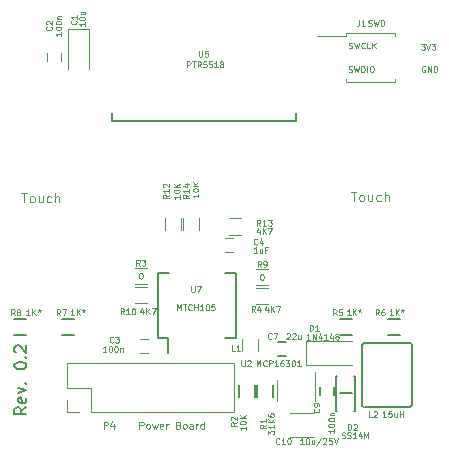
<source format=gto>
G04 #@! TF.GenerationSoftware,KiCad,Pcbnew,no-vcs-found-6d52987~59~ubuntu16.04.1*
G04 #@! TF.CreationDate,2017-07-26T15:31:48+03:00*
G04 #@! TF.ProjectId,livolo_2_channels_1way_eu_switch,6C69766F6C6F5F325F6368616E6E656C,rev?*
G04 #@! TF.SameCoordinates,Original*
G04 #@! TF.FileFunction,Legend,Top*
G04 #@! TF.FilePolarity,Positive*
%FSLAX46Y46*%
G04 Gerber Fmt 4.6, Leading zero omitted, Abs format (unit mm)*
G04 Created by KiCad (PCBNEW no-vcs-found-6d52987~59~ubuntu16.04.1) date Wed Jul 26 15:31:48 2017*
%MOMM*%
%LPD*%
G01*
G04 APERTURE LIST*
%ADD10C,0.200000*%
%ADD11C,0.100000*%
%ADD12C,0.150000*%
%ADD13C,0.120000*%
%ADD14R,2.000000X0.812800*%
%ADD15R,0.500000X0.900000*%
%ADD16R,2.000000X1.000000*%
%ADD17R,4.000000X2.000000*%
%ADD18R,1.200000X2.000000*%
%ADD19R,1.200000X1.400000*%
%ADD20R,0.900000X1.200000*%
%ADD21R,0.650000X1.060000*%
%ADD22C,1.500000*%
%ADD23R,1.200000X0.750000*%
%ADD24R,0.750000X1.200000*%
%ADD25R,1.200000X0.900000*%
%ADD26R,0.900000X0.500000*%
%ADD27O,1.350000X1.350000*%
%ADD28R,1.350000X1.350000*%
%ADD29R,1.260000X1.750000*%
%ADD30R,1.000000X1.600000*%
%ADD31R,0.400000X1.200000*%
G04 APERTURE END LIST*
D10*
X127152380Y-110209523D02*
X126676190Y-110542857D01*
X127152380Y-110780952D02*
X126152380Y-110780952D01*
X126152380Y-110400000D01*
X126200000Y-110304761D01*
X126247619Y-110257142D01*
X126342857Y-110209523D01*
X126485714Y-110209523D01*
X126580952Y-110257142D01*
X126628571Y-110304761D01*
X126676190Y-110400000D01*
X126676190Y-110780952D01*
X127104761Y-109400000D02*
X127152380Y-109495238D01*
X127152380Y-109685714D01*
X127104761Y-109780952D01*
X127009523Y-109828571D01*
X126628571Y-109828571D01*
X126533333Y-109780952D01*
X126485714Y-109685714D01*
X126485714Y-109495238D01*
X126533333Y-109400000D01*
X126628571Y-109352380D01*
X126723809Y-109352380D01*
X126819047Y-109828571D01*
X126485714Y-109019047D02*
X127152380Y-108780952D01*
X126485714Y-108542857D01*
X127057142Y-108161904D02*
X127104761Y-108114285D01*
X127152380Y-108161904D01*
X127104761Y-108209523D01*
X127057142Y-108161904D01*
X127152380Y-108161904D01*
X126152380Y-106733333D02*
X126152380Y-106638095D01*
X126200000Y-106542857D01*
X126247619Y-106495238D01*
X126342857Y-106447619D01*
X126533333Y-106400000D01*
X126771428Y-106400000D01*
X126961904Y-106447619D01*
X127057142Y-106495238D01*
X127104761Y-106542857D01*
X127152380Y-106638095D01*
X127152380Y-106733333D01*
X127104761Y-106828571D01*
X127057142Y-106876190D01*
X126961904Y-106923809D01*
X126771428Y-106971428D01*
X126533333Y-106971428D01*
X126342857Y-106923809D01*
X126247619Y-106876190D01*
X126200000Y-106828571D01*
X126152380Y-106733333D01*
X127057142Y-105971428D02*
X127104761Y-105923809D01*
X127152380Y-105971428D01*
X127104761Y-106019047D01*
X127057142Y-105971428D01*
X127152380Y-105971428D01*
X126247619Y-105542857D02*
X126200000Y-105495238D01*
X126152380Y-105400000D01*
X126152380Y-105161904D01*
X126200000Y-105066666D01*
X126247619Y-105019047D01*
X126342857Y-104971428D01*
X126438095Y-104971428D01*
X126580952Y-105019047D01*
X127152380Y-105590476D01*
X127152380Y-104971428D01*
D11*
X154440476Y-81802380D02*
X154511904Y-81826190D01*
X154630952Y-81826190D01*
X154678571Y-81802380D01*
X154702380Y-81778571D01*
X154726190Y-81730952D01*
X154726190Y-81683333D01*
X154702380Y-81635714D01*
X154678571Y-81611904D01*
X154630952Y-81588095D01*
X154535714Y-81564285D01*
X154488095Y-81540476D01*
X154464285Y-81516666D01*
X154440476Y-81469047D01*
X154440476Y-81421428D01*
X154464285Y-81373809D01*
X154488095Y-81350000D01*
X154535714Y-81326190D01*
X154654761Y-81326190D01*
X154726190Y-81350000D01*
X154892857Y-81326190D02*
X155011904Y-81826190D01*
X155107142Y-81469047D01*
X155202380Y-81826190D01*
X155321428Y-81326190D01*
X155511904Y-81826190D02*
X155511904Y-81326190D01*
X155630952Y-81326190D01*
X155702380Y-81350000D01*
X155750000Y-81397619D01*
X155773809Y-81445238D01*
X155797619Y-81540476D01*
X155797619Y-81611904D01*
X155773809Y-81707142D01*
X155750000Y-81754761D01*
X155702380Y-81802380D01*
X155630952Y-81826190D01*
X155511904Y-81826190D01*
X156011904Y-81826190D02*
X156011904Y-81326190D01*
X156345238Y-81326190D02*
X156440476Y-81326190D01*
X156488095Y-81350000D01*
X156535714Y-81397619D01*
X156559523Y-81492857D01*
X156559523Y-81659523D01*
X156535714Y-81754761D01*
X156488095Y-81802380D01*
X156440476Y-81826190D01*
X156345238Y-81826190D01*
X156297619Y-81802380D01*
X156250000Y-81754761D01*
X156226190Y-81659523D01*
X156226190Y-81492857D01*
X156250000Y-81397619D01*
X156297619Y-81350000D01*
X156345238Y-81326190D01*
X160919047Y-81350000D02*
X160871428Y-81326190D01*
X160800000Y-81326190D01*
X160728571Y-81350000D01*
X160680952Y-81397619D01*
X160657142Y-81445238D01*
X160633333Y-81540476D01*
X160633333Y-81611904D01*
X160657142Y-81707142D01*
X160680952Y-81754761D01*
X160728571Y-81802380D01*
X160800000Y-81826190D01*
X160847619Y-81826190D01*
X160919047Y-81802380D01*
X160942857Y-81778571D01*
X160942857Y-81611904D01*
X160847619Y-81611904D01*
X161157142Y-81826190D02*
X161157142Y-81326190D01*
X161442857Y-81826190D01*
X161442857Y-81326190D01*
X161680952Y-81826190D02*
X161680952Y-81326190D01*
X161800000Y-81326190D01*
X161871428Y-81350000D01*
X161919047Y-81397619D01*
X161942857Y-81445238D01*
X161966666Y-81540476D01*
X161966666Y-81611904D01*
X161942857Y-81707142D01*
X161919047Y-81754761D01*
X161871428Y-81802380D01*
X161800000Y-81826190D01*
X161680952Y-81826190D01*
X154469047Y-79802380D02*
X154540476Y-79826190D01*
X154659523Y-79826190D01*
X154707142Y-79802380D01*
X154730952Y-79778571D01*
X154754761Y-79730952D01*
X154754761Y-79683333D01*
X154730952Y-79635714D01*
X154707142Y-79611904D01*
X154659523Y-79588095D01*
X154564285Y-79564285D01*
X154516666Y-79540476D01*
X154492857Y-79516666D01*
X154469047Y-79469047D01*
X154469047Y-79421428D01*
X154492857Y-79373809D01*
X154516666Y-79350000D01*
X154564285Y-79326190D01*
X154683333Y-79326190D01*
X154754761Y-79350000D01*
X154921428Y-79326190D02*
X155040476Y-79826190D01*
X155135714Y-79469047D01*
X155230952Y-79826190D01*
X155350000Y-79326190D01*
X155826190Y-79778571D02*
X155802380Y-79802380D01*
X155730952Y-79826190D01*
X155683333Y-79826190D01*
X155611904Y-79802380D01*
X155564285Y-79754761D01*
X155540476Y-79707142D01*
X155516666Y-79611904D01*
X155516666Y-79540476D01*
X155540476Y-79445238D01*
X155564285Y-79397619D01*
X155611904Y-79350000D01*
X155683333Y-79326190D01*
X155730952Y-79326190D01*
X155802380Y-79350000D01*
X155826190Y-79373809D01*
X156278571Y-79826190D02*
X156040476Y-79826190D01*
X156040476Y-79326190D01*
X156445238Y-79826190D02*
X156445238Y-79326190D01*
X156730952Y-79826190D02*
X156516666Y-79540476D01*
X156730952Y-79326190D02*
X156445238Y-79611904D01*
X160580952Y-79426190D02*
X160890476Y-79426190D01*
X160723809Y-79616666D01*
X160795238Y-79616666D01*
X160842857Y-79640476D01*
X160866666Y-79664285D01*
X160890476Y-79711904D01*
X160890476Y-79830952D01*
X160866666Y-79878571D01*
X160842857Y-79902380D01*
X160795238Y-79926190D01*
X160652380Y-79926190D01*
X160604761Y-79902380D01*
X160580952Y-79878571D01*
X161033333Y-79426190D02*
X161200000Y-79926190D01*
X161366666Y-79426190D01*
X161485714Y-79426190D02*
X161795238Y-79426190D01*
X161628571Y-79616666D01*
X161700000Y-79616666D01*
X161747619Y-79640476D01*
X161771428Y-79664285D01*
X161795238Y-79711904D01*
X161795238Y-79830952D01*
X161771428Y-79878571D01*
X161747619Y-79902380D01*
X161700000Y-79926190D01*
X161557142Y-79926190D01*
X161509523Y-79902380D01*
X161485714Y-79878571D01*
D12*
X134374400Y-85929200D02*
X134374400Y-85270074D01*
X149995400Y-85929200D02*
X134374156Y-85929200D01*
X149995400Y-85294200D02*
X149995400Y-85929707D01*
D13*
X147600000Y-101480000D02*
X146600000Y-101480000D01*
X146600000Y-100120000D02*
X147600000Y-100120000D01*
X147600000Y-99880000D02*
X146600000Y-99880000D01*
X146600000Y-98520000D02*
X147600000Y-98520000D01*
X137350000Y-101380000D02*
X136350000Y-101380000D01*
X136350000Y-100020000D02*
X137350000Y-100020000D01*
X137350000Y-99780000D02*
X136350000Y-99780000D01*
X136350000Y-98420000D02*
X137350000Y-98420000D01*
X151775000Y-78800000D02*
X154215000Y-78800000D01*
X158335000Y-82660000D02*
X158335000Y-82400000D01*
X154215000Y-82660000D02*
X158335000Y-82660000D01*
X154215000Y-82400000D02*
X154215000Y-82660000D01*
X158335000Y-78540000D02*
X158335000Y-78800000D01*
X154215000Y-78540000D02*
X158335000Y-78540000D01*
X154215000Y-78800000D02*
X154215000Y-78540000D01*
D12*
X155600000Y-110075000D02*
X155775000Y-110200000D01*
X159800000Y-110050000D02*
X159675000Y-110200000D01*
X159675000Y-110200000D02*
X155800000Y-110200000D01*
X159800000Y-104850000D02*
X159600000Y-104750000D01*
X159800000Y-110050000D02*
X159800000Y-104850000D01*
X155800000Y-104750000D02*
X159600000Y-104750000D01*
X155600000Y-110075000D02*
X155600000Y-104875000D01*
X155600000Y-104875000D02*
X155800000Y-104750000D01*
D10*
X154700000Y-109000000D02*
X153700000Y-109000000D01*
D12*
X155000000Y-110500000D02*
X154900000Y-110500000D01*
X155000000Y-107600000D02*
X155000000Y-110500000D01*
X153400000Y-107600000D02*
X153400000Y-110501723D01*
X153500000Y-110500000D02*
X153400000Y-110500000D01*
X153500000Y-107600000D02*
X153400000Y-107600000D01*
X155000000Y-107600000D02*
X154900000Y-107600000D01*
X145125000Y-109300000D02*
X145125000Y-108300000D01*
X146475000Y-108300000D02*
X146475000Y-109300000D01*
D13*
X151610000Y-109700000D02*
X151610000Y-107250000D01*
X148390000Y-107900000D02*
X148390000Y-109700000D01*
D12*
X148450000Y-104700000D02*
X149150000Y-104700000D01*
X149150000Y-105900000D02*
X148450000Y-105900000D01*
X152000000Y-109150000D02*
X152000000Y-108450000D01*
X153200000Y-108450000D02*
X153200000Y-109150000D01*
D13*
X150850000Y-104600000D02*
X154750000Y-104600000D01*
X150850000Y-106600000D02*
X154750000Y-106600000D01*
X150850000Y-104600000D02*
X150850000Y-106600000D01*
D12*
X148075000Y-108300000D02*
X148075000Y-109300000D01*
X146725000Y-109300000D02*
X146725000Y-108300000D01*
X153700000Y-102725000D02*
X154700000Y-102725000D01*
X154700000Y-104075000D02*
X153700000Y-104075000D01*
X158800000Y-104075000D02*
X157800000Y-104075000D01*
X157800000Y-102725000D02*
X158800000Y-102725000D01*
X131200000Y-104075000D02*
X130200000Y-104075000D01*
X130200000Y-102725000D02*
X131200000Y-102725000D01*
X126100000Y-102725000D02*
X127100000Y-102725000D01*
X127100000Y-104075000D02*
X126100000Y-104075000D01*
D13*
X145420000Y-105400000D02*
X145420000Y-104400000D01*
X146780000Y-104400000D02*
X146780000Y-105400000D01*
X130590000Y-110610000D02*
X130590000Y-109550000D01*
X131650000Y-110610000D02*
X130590000Y-110610000D01*
X132650000Y-108550000D02*
X132650000Y-110610000D01*
X130590000Y-108550000D02*
X132650000Y-108550000D01*
X130590000Y-106490000D02*
X130590000Y-108550000D01*
X144710000Y-106490000D02*
X130590000Y-106490000D01*
X144710000Y-110610000D02*
X144710000Y-106490000D01*
X132650000Y-110610000D02*
X144710000Y-110610000D01*
X132500000Y-78150000D02*
X130700000Y-78150000D01*
X130700000Y-78150000D02*
X130700000Y-81600000D01*
X132500000Y-78150000D02*
X132500000Y-81600000D01*
X130100000Y-80200000D02*
X130100000Y-80900000D01*
X128900000Y-80900000D02*
X128900000Y-80200000D01*
X149500000Y-112720000D02*
X151500000Y-112720000D01*
X151500000Y-110680000D02*
X149500000Y-110680000D01*
X136750000Y-104400000D02*
X137450000Y-104400000D01*
X137450000Y-105600000D02*
X136750000Y-105600000D01*
X144650000Y-97100000D02*
X143950000Y-97100000D01*
X143950000Y-95900000D02*
X144650000Y-95900000D01*
X138920000Y-95200000D02*
X138920000Y-94200000D01*
X140280000Y-94200000D02*
X140280000Y-95200000D01*
X144300000Y-94220000D02*
X145300000Y-94220000D01*
X145300000Y-95580000D02*
X144300000Y-95580000D01*
X141780000Y-94200000D02*
X141780000Y-95200000D01*
X140420000Y-95200000D02*
X140420000Y-94200000D01*
D12*
X139125000Y-104375000D02*
X139125000Y-105650000D01*
X144875000Y-104375000D02*
X144875000Y-98825000D01*
X138325000Y-104375000D02*
X138325000Y-98825000D01*
X144875000Y-104375000D02*
X143975000Y-104375000D01*
X144875000Y-98825000D02*
X143975000Y-98825000D01*
X138325000Y-98825000D02*
X139225000Y-98825000D01*
X138325000Y-104375000D02*
X139125000Y-104375000D01*
D11*
X141765847Y-80016590D02*
X141765847Y-80421352D01*
X141789657Y-80468971D01*
X141813466Y-80492780D01*
X141861085Y-80516590D01*
X141956323Y-80516590D01*
X142003942Y-80492780D01*
X142027752Y-80468971D01*
X142051561Y-80421352D01*
X142051561Y-80016590D01*
X142527752Y-80016590D02*
X142289657Y-80016590D01*
X142265847Y-80254685D01*
X142289657Y-80230876D01*
X142337276Y-80207066D01*
X142456323Y-80207066D01*
X142503942Y-80230876D01*
X142527752Y-80254685D01*
X142551561Y-80302304D01*
X142551561Y-80421352D01*
X142527752Y-80468971D01*
X142503942Y-80492780D01*
X142456323Y-80516590D01*
X142337276Y-80516590D01*
X142289657Y-80492780D01*
X142265847Y-80468971D01*
X140776190Y-81426190D02*
X140776190Y-80926190D01*
X140966666Y-80926190D01*
X141014285Y-80950000D01*
X141038095Y-80973809D01*
X141061904Y-81021428D01*
X141061904Y-81092857D01*
X141038095Y-81140476D01*
X141014285Y-81164285D01*
X140966666Y-81188095D01*
X140776190Y-81188095D01*
X141204761Y-80926190D02*
X141490476Y-80926190D01*
X141347619Y-81426190D02*
X141347619Y-80926190D01*
X141942857Y-81426190D02*
X141776190Y-81188095D01*
X141657142Y-81426190D02*
X141657142Y-80926190D01*
X141847619Y-80926190D01*
X141895238Y-80950000D01*
X141919047Y-80973809D01*
X141942857Y-81021428D01*
X141942857Y-81092857D01*
X141919047Y-81140476D01*
X141895238Y-81164285D01*
X141847619Y-81188095D01*
X141657142Y-81188095D01*
X142395238Y-80926190D02*
X142157142Y-80926190D01*
X142133333Y-81164285D01*
X142157142Y-81140476D01*
X142204761Y-81116666D01*
X142323809Y-81116666D01*
X142371428Y-81140476D01*
X142395238Y-81164285D01*
X142419047Y-81211904D01*
X142419047Y-81330952D01*
X142395238Y-81378571D01*
X142371428Y-81402380D01*
X142323809Y-81426190D01*
X142204761Y-81426190D01*
X142157142Y-81402380D01*
X142133333Y-81378571D01*
X142871428Y-80926190D02*
X142633333Y-80926190D01*
X142609523Y-81164285D01*
X142633333Y-81140476D01*
X142680952Y-81116666D01*
X142800000Y-81116666D01*
X142847619Y-81140476D01*
X142871428Y-81164285D01*
X142895238Y-81211904D01*
X142895238Y-81330952D01*
X142871428Y-81378571D01*
X142847619Y-81402380D01*
X142800000Y-81426190D01*
X142680952Y-81426190D01*
X142633333Y-81402380D01*
X142609523Y-81378571D01*
X143371428Y-81426190D02*
X143085714Y-81426190D01*
X143228571Y-81426190D02*
X143228571Y-80926190D01*
X143180952Y-80997619D01*
X143133333Y-81045238D01*
X143085714Y-81069047D01*
X143657142Y-81140476D02*
X143609523Y-81116666D01*
X143585714Y-81092857D01*
X143561904Y-81045238D01*
X143561904Y-81021428D01*
X143585714Y-80973809D01*
X143609523Y-80950000D01*
X143657142Y-80926190D01*
X143752380Y-80926190D01*
X143800000Y-80950000D01*
X143823809Y-80973809D01*
X143847619Y-81021428D01*
X143847619Y-81045238D01*
X143823809Y-81092857D01*
X143800000Y-81116666D01*
X143752380Y-81140476D01*
X143657142Y-81140476D01*
X143609523Y-81164285D01*
X143585714Y-81188095D01*
X143561904Y-81235714D01*
X143561904Y-81330952D01*
X143585714Y-81378571D01*
X143609523Y-81402380D01*
X143657142Y-81426190D01*
X143752380Y-81426190D01*
X143800000Y-81402380D01*
X143823809Y-81378571D01*
X143847619Y-81330952D01*
X143847619Y-81235714D01*
X143823809Y-81188095D01*
X143800000Y-81164285D01*
X143752380Y-81140476D01*
X146516666Y-102126190D02*
X146350000Y-101888095D01*
X146230952Y-102126190D02*
X146230952Y-101626190D01*
X146421428Y-101626190D01*
X146469047Y-101650000D01*
X146492857Y-101673809D01*
X146516666Y-101721428D01*
X146516666Y-101792857D01*
X146492857Y-101840476D01*
X146469047Y-101864285D01*
X146421428Y-101888095D01*
X146230952Y-101888095D01*
X146945238Y-101792857D02*
X146945238Y-102126190D01*
X146826190Y-101602380D02*
X146707142Y-101959523D01*
X147016666Y-101959523D01*
X147607142Y-101792857D02*
X147607142Y-102126190D01*
X147488095Y-101602380D02*
X147369047Y-101959523D01*
X147678571Y-101959523D01*
X147869047Y-102126190D02*
X147869047Y-101626190D01*
X148154761Y-102126190D02*
X147940476Y-101840476D01*
X148154761Y-101626190D02*
X147869047Y-101911904D01*
X148321428Y-101626190D02*
X148654761Y-101626190D01*
X148440476Y-102126190D01*
X147016666Y-98326190D02*
X146850000Y-98088095D01*
X146730952Y-98326190D02*
X146730952Y-97826190D01*
X146921428Y-97826190D01*
X146969047Y-97850000D01*
X146992857Y-97873809D01*
X147016666Y-97921428D01*
X147016666Y-97992857D01*
X146992857Y-98040476D01*
X146969047Y-98064285D01*
X146921428Y-98088095D01*
X146730952Y-98088095D01*
X147254761Y-98326190D02*
X147350000Y-98326190D01*
X147397619Y-98302380D01*
X147421428Y-98278571D01*
X147469047Y-98207142D01*
X147492857Y-98111904D01*
X147492857Y-97921428D01*
X147469047Y-97873809D01*
X147445238Y-97850000D01*
X147397619Y-97826190D01*
X147302380Y-97826190D01*
X147254761Y-97850000D01*
X147230952Y-97873809D01*
X147207142Y-97921428D01*
X147207142Y-98040476D01*
X147230952Y-98088095D01*
X147254761Y-98111904D01*
X147302380Y-98135714D01*
X147397619Y-98135714D01*
X147445238Y-98111904D01*
X147469047Y-98088095D01*
X147492857Y-98040476D01*
X147076190Y-98926190D02*
X147123809Y-98926190D01*
X147171428Y-98950000D01*
X147195238Y-98973809D01*
X147219047Y-99021428D01*
X147242857Y-99116666D01*
X147242857Y-99235714D01*
X147219047Y-99330952D01*
X147195238Y-99378571D01*
X147171428Y-99402380D01*
X147123809Y-99426190D01*
X147076190Y-99426190D01*
X147028571Y-99402380D01*
X147004761Y-99378571D01*
X146980952Y-99330952D01*
X146957142Y-99235714D01*
X146957142Y-99116666D01*
X146980952Y-99021428D01*
X147004761Y-98973809D01*
X147028571Y-98950000D01*
X147076190Y-98926190D01*
X135428571Y-102326190D02*
X135261904Y-102088095D01*
X135142857Y-102326190D02*
X135142857Y-101826190D01*
X135333333Y-101826190D01*
X135380952Y-101850000D01*
X135404761Y-101873809D01*
X135428571Y-101921428D01*
X135428571Y-101992857D01*
X135404761Y-102040476D01*
X135380952Y-102064285D01*
X135333333Y-102088095D01*
X135142857Y-102088095D01*
X135904761Y-102326190D02*
X135619047Y-102326190D01*
X135761904Y-102326190D02*
X135761904Y-101826190D01*
X135714285Y-101897619D01*
X135666666Y-101945238D01*
X135619047Y-101969047D01*
X136214285Y-101826190D02*
X136261904Y-101826190D01*
X136309523Y-101850000D01*
X136333333Y-101873809D01*
X136357142Y-101921428D01*
X136380952Y-102016666D01*
X136380952Y-102135714D01*
X136357142Y-102230952D01*
X136333333Y-102278571D01*
X136309523Y-102302380D01*
X136261904Y-102326190D01*
X136214285Y-102326190D01*
X136166666Y-102302380D01*
X136142857Y-102278571D01*
X136119047Y-102230952D01*
X136095238Y-102135714D01*
X136095238Y-102016666D01*
X136119047Y-101921428D01*
X136142857Y-101873809D01*
X136166666Y-101850000D01*
X136214285Y-101826190D01*
X137057142Y-101992857D02*
X137057142Y-102326190D01*
X136938095Y-101802380D02*
X136819047Y-102159523D01*
X137128571Y-102159523D01*
X137319047Y-102326190D02*
X137319047Y-101826190D01*
X137604761Y-102326190D02*
X137390476Y-102040476D01*
X137604761Y-101826190D02*
X137319047Y-102111904D01*
X137771428Y-101826190D02*
X138104761Y-101826190D01*
X137890476Y-102326190D01*
X136766666Y-98226190D02*
X136600000Y-97988095D01*
X136480952Y-98226190D02*
X136480952Y-97726190D01*
X136671428Y-97726190D01*
X136719047Y-97750000D01*
X136742857Y-97773809D01*
X136766666Y-97821428D01*
X136766666Y-97892857D01*
X136742857Y-97940476D01*
X136719047Y-97964285D01*
X136671428Y-97988095D01*
X136480952Y-97988095D01*
X136933333Y-97726190D02*
X137242857Y-97726190D01*
X137076190Y-97916666D01*
X137147619Y-97916666D01*
X137195238Y-97940476D01*
X137219047Y-97964285D01*
X137242857Y-98011904D01*
X137242857Y-98130952D01*
X137219047Y-98178571D01*
X137195238Y-98202380D01*
X137147619Y-98226190D01*
X137004761Y-98226190D01*
X136957142Y-98202380D01*
X136933333Y-98178571D01*
X136826190Y-98826190D02*
X136873809Y-98826190D01*
X136921428Y-98850000D01*
X136945238Y-98873809D01*
X136969047Y-98921428D01*
X136992857Y-99016666D01*
X136992857Y-99135714D01*
X136969047Y-99230952D01*
X136945238Y-99278571D01*
X136921428Y-99302380D01*
X136873809Y-99326190D01*
X136826190Y-99326190D01*
X136778571Y-99302380D01*
X136754761Y-99278571D01*
X136730952Y-99230952D01*
X136707142Y-99135714D01*
X136707142Y-99016666D01*
X136730952Y-98921428D01*
X136754761Y-98873809D01*
X136778571Y-98850000D01*
X136826190Y-98826190D01*
X155333333Y-77426190D02*
X155333333Y-77783333D01*
X155309523Y-77854761D01*
X155261904Y-77902380D01*
X155190476Y-77926190D01*
X155142857Y-77926190D01*
X155833333Y-77926190D02*
X155547619Y-77926190D01*
X155690476Y-77926190D02*
X155690476Y-77426190D01*
X155642857Y-77497619D01*
X155595238Y-77545238D01*
X155547619Y-77569047D01*
X156121428Y-77902380D02*
X156192857Y-77926190D01*
X156311904Y-77926190D01*
X156359523Y-77902380D01*
X156383333Y-77878571D01*
X156407142Y-77830952D01*
X156407142Y-77783333D01*
X156383333Y-77735714D01*
X156359523Y-77711904D01*
X156311904Y-77688095D01*
X156216666Y-77664285D01*
X156169047Y-77640476D01*
X156145238Y-77616666D01*
X156121428Y-77569047D01*
X156121428Y-77521428D01*
X156145238Y-77473809D01*
X156169047Y-77450000D01*
X156216666Y-77426190D01*
X156335714Y-77426190D01*
X156407142Y-77450000D01*
X156573809Y-77426190D02*
X156692857Y-77926190D01*
X156788095Y-77569047D01*
X156883333Y-77926190D01*
X157002380Y-77426190D01*
X157192857Y-77926190D02*
X157192857Y-77426190D01*
X157311904Y-77426190D01*
X157383333Y-77450000D01*
X157430952Y-77497619D01*
X157454761Y-77545238D01*
X157478571Y-77640476D01*
X157478571Y-77711904D01*
X157454761Y-77807142D01*
X157430952Y-77854761D01*
X157383333Y-77902380D01*
X157311904Y-77926190D01*
X157192857Y-77926190D01*
X156416666Y-111026190D02*
X156178571Y-111026190D01*
X156178571Y-110526190D01*
X156559523Y-110573809D02*
X156583333Y-110550000D01*
X156630952Y-110526190D01*
X156750000Y-110526190D01*
X156797619Y-110550000D01*
X156821428Y-110573809D01*
X156845238Y-110621428D01*
X156845238Y-110669047D01*
X156821428Y-110740476D01*
X156535714Y-111026190D01*
X156845238Y-111026190D01*
X157616666Y-111026190D02*
X157330952Y-111026190D01*
X157473809Y-111026190D02*
X157473809Y-110526190D01*
X157426190Y-110597619D01*
X157378571Y-110645238D01*
X157330952Y-110669047D01*
X158069047Y-110526190D02*
X157830952Y-110526190D01*
X157807142Y-110764285D01*
X157830952Y-110740476D01*
X157878571Y-110716666D01*
X157997619Y-110716666D01*
X158045238Y-110740476D01*
X158069047Y-110764285D01*
X158092857Y-110811904D01*
X158092857Y-110930952D01*
X158069047Y-110978571D01*
X158045238Y-111002380D01*
X157997619Y-111026190D01*
X157878571Y-111026190D01*
X157830952Y-111002380D01*
X157807142Y-110978571D01*
X158521428Y-110692857D02*
X158521428Y-111026190D01*
X158307142Y-110692857D02*
X158307142Y-110954761D01*
X158330952Y-111002380D01*
X158378571Y-111026190D01*
X158450000Y-111026190D01*
X158497619Y-111002380D01*
X158521428Y-110978571D01*
X158759523Y-111026190D02*
X158759523Y-110526190D01*
X158759523Y-110764285D02*
X159045238Y-110764285D01*
X159045238Y-111026190D02*
X159045238Y-110526190D01*
X154380952Y-112126190D02*
X154380952Y-111626190D01*
X154500000Y-111626190D01*
X154571428Y-111650000D01*
X154619047Y-111697619D01*
X154642857Y-111745238D01*
X154666666Y-111840476D01*
X154666666Y-111911904D01*
X154642857Y-112007142D01*
X154619047Y-112054761D01*
X154571428Y-112102380D01*
X154500000Y-112126190D01*
X154380952Y-112126190D01*
X154857142Y-111673809D02*
X154880952Y-111650000D01*
X154928571Y-111626190D01*
X155047619Y-111626190D01*
X155095238Y-111650000D01*
X155119047Y-111673809D01*
X155142857Y-111721428D01*
X155142857Y-111769047D01*
X155119047Y-111840476D01*
X154833333Y-112126190D01*
X155142857Y-112126190D01*
X153857142Y-112802380D02*
X153928571Y-112826190D01*
X154047619Y-112826190D01*
X154095238Y-112802380D01*
X154119047Y-112778571D01*
X154142857Y-112730952D01*
X154142857Y-112683333D01*
X154119047Y-112635714D01*
X154095238Y-112611904D01*
X154047619Y-112588095D01*
X153952380Y-112564285D01*
X153904761Y-112540476D01*
X153880952Y-112516666D01*
X153857142Y-112469047D01*
X153857142Y-112421428D01*
X153880952Y-112373809D01*
X153904761Y-112350000D01*
X153952380Y-112326190D01*
X154071428Y-112326190D01*
X154142857Y-112350000D01*
X154333333Y-112802380D02*
X154404761Y-112826190D01*
X154523809Y-112826190D01*
X154571428Y-112802380D01*
X154595238Y-112778571D01*
X154619047Y-112730952D01*
X154619047Y-112683333D01*
X154595238Y-112635714D01*
X154571428Y-112611904D01*
X154523809Y-112588095D01*
X154428571Y-112564285D01*
X154380952Y-112540476D01*
X154357142Y-112516666D01*
X154333333Y-112469047D01*
X154333333Y-112421428D01*
X154357142Y-112373809D01*
X154380952Y-112350000D01*
X154428571Y-112326190D01*
X154547619Y-112326190D01*
X154619047Y-112350000D01*
X155095238Y-112826190D02*
X154809523Y-112826190D01*
X154952380Y-112826190D02*
X154952380Y-112326190D01*
X154904761Y-112397619D01*
X154857142Y-112445238D01*
X154809523Y-112469047D01*
X155523809Y-112492857D02*
X155523809Y-112826190D01*
X155404761Y-112302380D02*
X155285714Y-112659523D01*
X155595238Y-112659523D01*
X155785714Y-112826190D02*
X155785714Y-112326190D01*
X155952380Y-112683333D01*
X156119047Y-112326190D01*
X156119047Y-112826190D01*
X144976190Y-111483333D02*
X144738095Y-111650000D01*
X144976190Y-111769047D02*
X144476190Y-111769047D01*
X144476190Y-111578571D01*
X144500000Y-111530952D01*
X144523809Y-111507142D01*
X144571428Y-111483333D01*
X144642857Y-111483333D01*
X144690476Y-111507142D01*
X144714285Y-111530952D01*
X144738095Y-111578571D01*
X144738095Y-111769047D01*
X144523809Y-111292857D02*
X144500000Y-111269047D01*
X144476190Y-111221428D01*
X144476190Y-111102380D01*
X144500000Y-111054761D01*
X144523809Y-111030952D01*
X144571428Y-111007142D01*
X144619047Y-111007142D01*
X144690476Y-111030952D01*
X144976190Y-111316666D01*
X144976190Y-111007142D01*
X145726190Y-111845238D02*
X145726190Y-112130952D01*
X145726190Y-111988095D02*
X145226190Y-111988095D01*
X145297619Y-112035714D01*
X145345238Y-112083333D01*
X145369047Y-112130952D01*
X145226190Y-111535714D02*
X145226190Y-111488095D01*
X145250000Y-111440476D01*
X145273809Y-111416666D01*
X145321428Y-111392857D01*
X145416666Y-111369047D01*
X145535714Y-111369047D01*
X145630952Y-111392857D01*
X145678571Y-111416666D01*
X145702380Y-111440476D01*
X145726190Y-111488095D01*
X145726190Y-111535714D01*
X145702380Y-111583333D01*
X145678571Y-111607142D01*
X145630952Y-111630952D01*
X145535714Y-111654761D01*
X145416666Y-111654761D01*
X145321428Y-111630952D01*
X145273809Y-111607142D01*
X145250000Y-111583333D01*
X145226190Y-111535714D01*
X145726190Y-111154761D02*
X145226190Y-111154761D01*
X145726190Y-110869047D02*
X145440476Y-111083333D01*
X145226190Y-110869047D02*
X145511904Y-111154761D01*
X145369047Y-106226190D02*
X145369047Y-106630952D01*
X145392857Y-106678571D01*
X145416666Y-106702380D01*
X145464285Y-106726190D01*
X145559523Y-106726190D01*
X145607142Y-106702380D01*
X145630952Y-106678571D01*
X145654761Y-106630952D01*
X145654761Y-106226190D01*
X145869047Y-106273809D02*
X145892857Y-106250000D01*
X145940476Y-106226190D01*
X146059523Y-106226190D01*
X146107142Y-106250000D01*
X146130952Y-106273809D01*
X146154761Y-106321428D01*
X146154761Y-106369047D01*
X146130952Y-106440476D01*
X145845238Y-106726190D01*
X146154761Y-106726190D01*
X146642857Y-106726190D02*
X146642857Y-106226190D01*
X146809523Y-106583333D01*
X146976190Y-106226190D01*
X146976190Y-106726190D01*
X147500000Y-106678571D02*
X147476190Y-106702380D01*
X147404761Y-106726190D01*
X147357142Y-106726190D01*
X147285714Y-106702380D01*
X147238095Y-106654761D01*
X147214285Y-106607142D01*
X147190476Y-106511904D01*
X147190476Y-106440476D01*
X147214285Y-106345238D01*
X147238095Y-106297619D01*
X147285714Y-106250000D01*
X147357142Y-106226190D01*
X147404761Y-106226190D01*
X147476190Y-106250000D01*
X147500000Y-106273809D01*
X147714285Y-106726190D02*
X147714285Y-106226190D01*
X147904761Y-106226190D01*
X147952380Y-106250000D01*
X147976190Y-106273809D01*
X148000000Y-106321428D01*
X148000000Y-106392857D01*
X147976190Y-106440476D01*
X147952380Y-106464285D01*
X147904761Y-106488095D01*
X147714285Y-106488095D01*
X148476190Y-106726190D02*
X148190476Y-106726190D01*
X148333333Y-106726190D02*
X148333333Y-106226190D01*
X148285714Y-106297619D01*
X148238095Y-106345238D01*
X148190476Y-106369047D01*
X148904761Y-106226190D02*
X148809523Y-106226190D01*
X148761904Y-106250000D01*
X148738095Y-106273809D01*
X148690476Y-106345238D01*
X148666666Y-106440476D01*
X148666666Y-106630952D01*
X148690476Y-106678571D01*
X148714285Y-106702380D01*
X148761904Y-106726190D01*
X148857142Y-106726190D01*
X148904761Y-106702380D01*
X148928571Y-106678571D01*
X148952380Y-106630952D01*
X148952380Y-106511904D01*
X148928571Y-106464285D01*
X148904761Y-106440476D01*
X148857142Y-106416666D01*
X148761904Y-106416666D01*
X148714285Y-106440476D01*
X148690476Y-106464285D01*
X148666666Y-106511904D01*
X149119047Y-106226190D02*
X149428571Y-106226190D01*
X149261904Y-106416666D01*
X149333333Y-106416666D01*
X149380952Y-106440476D01*
X149404761Y-106464285D01*
X149428571Y-106511904D01*
X149428571Y-106630952D01*
X149404761Y-106678571D01*
X149380952Y-106702380D01*
X149333333Y-106726190D01*
X149190476Y-106726190D01*
X149142857Y-106702380D01*
X149119047Y-106678571D01*
X149738095Y-106226190D02*
X149785714Y-106226190D01*
X149833333Y-106250000D01*
X149857142Y-106273809D01*
X149880952Y-106321428D01*
X149904761Y-106416666D01*
X149904761Y-106535714D01*
X149880952Y-106630952D01*
X149857142Y-106678571D01*
X149833333Y-106702380D01*
X149785714Y-106726190D01*
X149738095Y-106726190D01*
X149690476Y-106702380D01*
X149666666Y-106678571D01*
X149642857Y-106630952D01*
X149619047Y-106535714D01*
X149619047Y-106416666D01*
X149642857Y-106321428D01*
X149666666Y-106273809D01*
X149690476Y-106250000D01*
X149738095Y-106226190D01*
X150380952Y-106726190D02*
X150095238Y-106726190D01*
X150238095Y-106726190D02*
X150238095Y-106226190D01*
X150190476Y-106297619D01*
X150142857Y-106345238D01*
X150095238Y-106369047D01*
X147916666Y-104378571D02*
X147892857Y-104402380D01*
X147821428Y-104426190D01*
X147773809Y-104426190D01*
X147702380Y-104402380D01*
X147654761Y-104354761D01*
X147630952Y-104307142D01*
X147607142Y-104211904D01*
X147607142Y-104140476D01*
X147630952Y-104045238D01*
X147654761Y-103997619D01*
X147702380Y-103950000D01*
X147773809Y-103926190D01*
X147821428Y-103926190D01*
X147892857Y-103950000D01*
X147916666Y-103973809D01*
X148083333Y-103926190D02*
X148416666Y-103926190D01*
X148202380Y-104426190D01*
X149192857Y-103973809D02*
X149216666Y-103950000D01*
X149264285Y-103926190D01*
X149383333Y-103926190D01*
X149430952Y-103950000D01*
X149454761Y-103973809D01*
X149478571Y-104021428D01*
X149478571Y-104069047D01*
X149454761Y-104140476D01*
X149169047Y-104426190D01*
X149478571Y-104426190D01*
X149669047Y-103973809D02*
X149692857Y-103950000D01*
X149740476Y-103926190D01*
X149859523Y-103926190D01*
X149907142Y-103950000D01*
X149930952Y-103973809D01*
X149954761Y-104021428D01*
X149954761Y-104069047D01*
X149930952Y-104140476D01*
X149645238Y-104426190D01*
X149954761Y-104426190D01*
X150383333Y-104092857D02*
X150383333Y-104426190D01*
X150169047Y-104092857D02*
X150169047Y-104354761D01*
X150192857Y-104402380D01*
X150240476Y-104426190D01*
X150311904Y-104426190D01*
X150359523Y-104402380D01*
X150383333Y-104378571D01*
X151928571Y-110333333D02*
X151952380Y-110357142D01*
X151976190Y-110428571D01*
X151976190Y-110476190D01*
X151952380Y-110547619D01*
X151904761Y-110595238D01*
X151857142Y-110619047D01*
X151761904Y-110642857D01*
X151690476Y-110642857D01*
X151595238Y-110619047D01*
X151547619Y-110595238D01*
X151500000Y-110547619D01*
X151476190Y-110476190D01*
X151476190Y-110428571D01*
X151500000Y-110357142D01*
X151523809Y-110333333D01*
X151976190Y-110095238D02*
X151976190Y-110000000D01*
X151952380Y-109952380D01*
X151928571Y-109928571D01*
X151857142Y-109880952D01*
X151761904Y-109857142D01*
X151571428Y-109857142D01*
X151523809Y-109880952D01*
X151500000Y-109904761D01*
X151476190Y-109952380D01*
X151476190Y-110047619D01*
X151500000Y-110095238D01*
X151523809Y-110119047D01*
X151571428Y-110142857D01*
X151690476Y-110142857D01*
X151738095Y-110119047D01*
X151761904Y-110095238D01*
X151785714Y-110047619D01*
X151785714Y-109952380D01*
X151761904Y-109904761D01*
X151738095Y-109880952D01*
X151690476Y-109857142D01*
X153226190Y-112059523D02*
X153226190Y-112345238D01*
X153226190Y-112202380D02*
X152726190Y-112202380D01*
X152797619Y-112250000D01*
X152845238Y-112297619D01*
X152869047Y-112345238D01*
X152726190Y-111750000D02*
X152726190Y-111702380D01*
X152750000Y-111654761D01*
X152773809Y-111630952D01*
X152821428Y-111607142D01*
X152916666Y-111583333D01*
X153035714Y-111583333D01*
X153130952Y-111607142D01*
X153178571Y-111630952D01*
X153202380Y-111654761D01*
X153226190Y-111702380D01*
X153226190Y-111750000D01*
X153202380Y-111797619D01*
X153178571Y-111821428D01*
X153130952Y-111845238D01*
X153035714Y-111869047D01*
X152916666Y-111869047D01*
X152821428Y-111845238D01*
X152773809Y-111821428D01*
X152750000Y-111797619D01*
X152726190Y-111750000D01*
X152726190Y-111273809D02*
X152726190Y-111226190D01*
X152750000Y-111178571D01*
X152773809Y-111154761D01*
X152821428Y-111130952D01*
X152916666Y-111107142D01*
X153035714Y-111107142D01*
X153130952Y-111130952D01*
X153178571Y-111154761D01*
X153202380Y-111178571D01*
X153226190Y-111226190D01*
X153226190Y-111273809D01*
X153202380Y-111321428D01*
X153178571Y-111345238D01*
X153130952Y-111369047D01*
X153035714Y-111392857D01*
X152916666Y-111392857D01*
X152821428Y-111369047D01*
X152773809Y-111345238D01*
X152750000Y-111321428D01*
X152726190Y-111273809D01*
X152892857Y-110892857D02*
X153226190Y-110892857D01*
X152940476Y-110892857D02*
X152916666Y-110869047D01*
X152892857Y-110821428D01*
X152892857Y-110750000D01*
X152916666Y-110702380D01*
X152964285Y-110678571D01*
X153226190Y-110678571D01*
X151130952Y-103726190D02*
X151130952Y-103226190D01*
X151250000Y-103226190D01*
X151321428Y-103250000D01*
X151369047Y-103297619D01*
X151392857Y-103345238D01*
X151416666Y-103440476D01*
X151416666Y-103511904D01*
X151392857Y-103607142D01*
X151369047Y-103654761D01*
X151321428Y-103702380D01*
X151250000Y-103726190D01*
X151130952Y-103726190D01*
X151892857Y-103726190D02*
X151607142Y-103726190D01*
X151750000Y-103726190D02*
X151750000Y-103226190D01*
X151702380Y-103297619D01*
X151654761Y-103345238D01*
X151607142Y-103369047D01*
X151178571Y-104476190D02*
X150892857Y-104476190D01*
X151035714Y-104476190D02*
X151035714Y-103976190D01*
X150988095Y-104047619D01*
X150940476Y-104095238D01*
X150892857Y-104119047D01*
X151392857Y-104476190D02*
X151392857Y-103976190D01*
X151678571Y-104476190D01*
X151678571Y-103976190D01*
X152130952Y-104142857D02*
X152130952Y-104476190D01*
X152011904Y-103952380D02*
X151892857Y-104309523D01*
X152202380Y-104309523D01*
X152654761Y-104476190D02*
X152369047Y-104476190D01*
X152511904Y-104476190D02*
X152511904Y-103976190D01*
X152464285Y-104047619D01*
X152416666Y-104095238D01*
X152369047Y-104119047D01*
X153083333Y-104142857D02*
X153083333Y-104476190D01*
X152964285Y-103952380D02*
X152845238Y-104309523D01*
X153154761Y-104309523D01*
X153416666Y-104190476D02*
X153369047Y-104166666D01*
X153345238Y-104142857D01*
X153321428Y-104095238D01*
X153321428Y-104071428D01*
X153345238Y-104023809D01*
X153369047Y-104000000D01*
X153416666Y-103976190D01*
X153511904Y-103976190D01*
X153559523Y-104000000D01*
X153583333Y-104023809D01*
X153607142Y-104071428D01*
X153607142Y-104095238D01*
X153583333Y-104142857D01*
X153559523Y-104166666D01*
X153511904Y-104190476D01*
X153416666Y-104190476D01*
X153369047Y-104214285D01*
X153345238Y-104238095D01*
X153321428Y-104285714D01*
X153321428Y-104380952D01*
X153345238Y-104428571D01*
X153369047Y-104452380D01*
X153416666Y-104476190D01*
X153511904Y-104476190D01*
X153559523Y-104452380D01*
X153583333Y-104428571D01*
X153607142Y-104380952D01*
X153607142Y-104285714D01*
X153583333Y-104238095D01*
X153559523Y-104214285D01*
X153511904Y-104190476D01*
X147426190Y-111683333D02*
X147188095Y-111850000D01*
X147426190Y-111969047D02*
X146926190Y-111969047D01*
X146926190Y-111778571D01*
X146950000Y-111730952D01*
X146973809Y-111707142D01*
X147021428Y-111683333D01*
X147092857Y-111683333D01*
X147140476Y-111707142D01*
X147164285Y-111730952D01*
X147188095Y-111778571D01*
X147188095Y-111969047D01*
X147426190Y-111207142D02*
X147426190Y-111492857D01*
X147426190Y-111350000D02*
X146926190Y-111350000D01*
X146997619Y-111397619D01*
X147045238Y-111445238D01*
X147069047Y-111492857D01*
X147626190Y-112492857D02*
X147626190Y-112183333D01*
X147816666Y-112350000D01*
X147816666Y-112278571D01*
X147840476Y-112230952D01*
X147864285Y-112207142D01*
X147911904Y-112183333D01*
X148030952Y-112183333D01*
X148078571Y-112207142D01*
X148102380Y-112230952D01*
X148126190Y-112278571D01*
X148126190Y-112421428D01*
X148102380Y-112469047D01*
X148078571Y-112492857D01*
X148126190Y-111707142D02*
X148126190Y-111992857D01*
X148126190Y-111850000D02*
X147626190Y-111850000D01*
X147697619Y-111897619D01*
X147745238Y-111945238D01*
X147769047Y-111992857D01*
X148126190Y-111492857D02*
X147626190Y-111492857D01*
X148126190Y-111207142D02*
X147840476Y-111421428D01*
X147626190Y-111207142D02*
X147911904Y-111492857D01*
X147626190Y-110778571D02*
X147626190Y-110873809D01*
X147650000Y-110921428D01*
X147673809Y-110945238D01*
X147745238Y-110992857D01*
X147840476Y-111016666D01*
X148030952Y-111016666D01*
X148078571Y-110992857D01*
X148102380Y-110969047D01*
X148126190Y-110921428D01*
X148126190Y-110826190D01*
X148102380Y-110778571D01*
X148078571Y-110754761D01*
X148030952Y-110730952D01*
X147911904Y-110730952D01*
X147864285Y-110754761D01*
X147840476Y-110778571D01*
X147816666Y-110826190D01*
X147816666Y-110921428D01*
X147840476Y-110969047D01*
X147864285Y-110992857D01*
X147911904Y-111016666D01*
X153416666Y-102426190D02*
X153250000Y-102188095D01*
X153130952Y-102426190D02*
X153130952Y-101926190D01*
X153321428Y-101926190D01*
X153369047Y-101950000D01*
X153392857Y-101973809D01*
X153416666Y-102021428D01*
X153416666Y-102092857D01*
X153392857Y-102140476D01*
X153369047Y-102164285D01*
X153321428Y-102188095D01*
X153130952Y-102188095D01*
X153869047Y-101926190D02*
X153630952Y-101926190D01*
X153607142Y-102164285D01*
X153630952Y-102140476D01*
X153678571Y-102116666D01*
X153797619Y-102116666D01*
X153845238Y-102140476D01*
X153869047Y-102164285D01*
X153892857Y-102211904D01*
X153892857Y-102330952D01*
X153869047Y-102378571D01*
X153845238Y-102402380D01*
X153797619Y-102426190D01*
X153678571Y-102426190D01*
X153630952Y-102402380D01*
X153607142Y-102378571D01*
X154602380Y-102426190D02*
X154316666Y-102426190D01*
X154459523Y-102426190D02*
X154459523Y-101926190D01*
X154411904Y-101997619D01*
X154364285Y-102045238D01*
X154316666Y-102069047D01*
X154816666Y-102426190D02*
X154816666Y-101926190D01*
X155102380Y-102426190D02*
X154888095Y-102140476D01*
X155102380Y-101926190D02*
X154816666Y-102211904D01*
X155388095Y-101926190D02*
X155388095Y-102045238D01*
X155269047Y-101997619D02*
X155388095Y-102045238D01*
X155507142Y-101997619D01*
X155316666Y-102140476D02*
X155388095Y-102045238D01*
X155459523Y-102140476D01*
X157016666Y-102426190D02*
X156850000Y-102188095D01*
X156730952Y-102426190D02*
X156730952Y-101926190D01*
X156921428Y-101926190D01*
X156969047Y-101950000D01*
X156992857Y-101973809D01*
X157016666Y-102021428D01*
X157016666Y-102092857D01*
X156992857Y-102140476D01*
X156969047Y-102164285D01*
X156921428Y-102188095D01*
X156730952Y-102188095D01*
X157445238Y-101926190D02*
X157350000Y-101926190D01*
X157302380Y-101950000D01*
X157278571Y-101973809D01*
X157230952Y-102045238D01*
X157207142Y-102140476D01*
X157207142Y-102330952D01*
X157230952Y-102378571D01*
X157254761Y-102402380D01*
X157302380Y-102426190D01*
X157397619Y-102426190D01*
X157445238Y-102402380D01*
X157469047Y-102378571D01*
X157492857Y-102330952D01*
X157492857Y-102211904D01*
X157469047Y-102164285D01*
X157445238Y-102140476D01*
X157397619Y-102116666D01*
X157302380Y-102116666D01*
X157254761Y-102140476D01*
X157230952Y-102164285D01*
X157207142Y-102211904D01*
X158202380Y-102426190D02*
X157916666Y-102426190D01*
X158059523Y-102426190D02*
X158059523Y-101926190D01*
X158011904Y-101997619D01*
X157964285Y-102045238D01*
X157916666Y-102069047D01*
X158416666Y-102426190D02*
X158416666Y-101926190D01*
X158702380Y-102426190D02*
X158488095Y-102140476D01*
X158702380Y-101926190D02*
X158416666Y-102211904D01*
X158988095Y-101926190D02*
X158988095Y-102045238D01*
X158869047Y-101997619D02*
X158988095Y-102045238D01*
X159107142Y-101997619D01*
X158916666Y-102140476D02*
X158988095Y-102045238D01*
X159059523Y-102140476D01*
X130016666Y-102426190D02*
X129850000Y-102188095D01*
X129730952Y-102426190D02*
X129730952Y-101926190D01*
X129921428Y-101926190D01*
X129969047Y-101950000D01*
X129992857Y-101973809D01*
X130016666Y-102021428D01*
X130016666Y-102092857D01*
X129992857Y-102140476D01*
X129969047Y-102164285D01*
X129921428Y-102188095D01*
X129730952Y-102188095D01*
X130183333Y-101926190D02*
X130516666Y-101926190D01*
X130302380Y-102426190D01*
X131202380Y-102426190D02*
X130916666Y-102426190D01*
X131059523Y-102426190D02*
X131059523Y-101926190D01*
X131011904Y-101997619D01*
X130964285Y-102045238D01*
X130916666Y-102069047D01*
X131416666Y-102426190D02*
X131416666Y-101926190D01*
X131702380Y-102426190D02*
X131488095Y-102140476D01*
X131702380Y-101926190D02*
X131416666Y-102211904D01*
X131988095Y-101926190D02*
X131988095Y-102045238D01*
X131869047Y-101997619D02*
X131988095Y-102045238D01*
X132107142Y-101997619D01*
X131916666Y-102140476D02*
X131988095Y-102045238D01*
X132059523Y-102140476D01*
X126166666Y-102426190D02*
X126000000Y-102188095D01*
X125880952Y-102426190D02*
X125880952Y-101926190D01*
X126071428Y-101926190D01*
X126119047Y-101950000D01*
X126142857Y-101973809D01*
X126166666Y-102021428D01*
X126166666Y-102092857D01*
X126142857Y-102140476D01*
X126119047Y-102164285D01*
X126071428Y-102188095D01*
X125880952Y-102188095D01*
X126452380Y-102140476D02*
X126404761Y-102116666D01*
X126380952Y-102092857D01*
X126357142Y-102045238D01*
X126357142Y-102021428D01*
X126380952Y-101973809D01*
X126404761Y-101950000D01*
X126452380Y-101926190D01*
X126547619Y-101926190D01*
X126595238Y-101950000D01*
X126619047Y-101973809D01*
X126642857Y-102021428D01*
X126642857Y-102045238D01*
X126619047Y-102092857D01*
X126595238Y-102116666D01*
X126547619Y-102140476D01*
X126452380Y-102140476D01*
X126404761Y-102164285D01*
X126380952Y-102188095D01*
X126357142Y-102235714D01*
X126357142Y-102330952D01*
X126380952Y-102378571D01*
X126404761Y-102402380D01*
X126452380Y-102426190D01*
X126547619Y-102426190D01*
X126595238Y-102402380D01*
X126619047Y-102378571D01*
X126642857Y-102330952D01*
X126642857Y-102235714D01*
X126619047Y-102188095D01*
X126595238Y-102164285D01*
X126547619Y-102140476D01*
X127452380Y-102426190D02*
X127166666Y-102426190D01*
X127309523Y-102426190D02*
X127309523Y-101926190D01*
X127261904Y-101997619D01*
X127214285Y-102045238D01*
X127166666Y-102069047D01*
X127666666Y-102426190D02*
X127666666Y-101926190D01*
X127952380Y-102426190D02*
X127738095Y-102140476D01*
X127952380Y-101926190D02*
X127666666Y-102211904D01*
X128238095Y-101926190D02*
X128238095Y-102045238D01*
X128119047Y-101997619D02*
X128238095Y-102045238D01*
X128357142Y-101997619D01*
X128166666Y-102140476D02*
X128238095Y-102045238D01*
X128309523Y-102140476D01*
X144816666Y-105426190D02*
X144578571Y-105426190D01*
X144578571Y-104926190D01*
X145245238Y-105426190D02*
X144959523Y-105426190D01*
X145102380Y-105426190D02*
X145102380Y-104926190D01*
X145054761Y-104997619D01*
X145007142Y-105045238D01*
X144959523Y-105069047D01*
D13*
X133707142Y-112021428D02*
X133707142Y-111421428D01*
X133935714Y-111421428D01*
X133992857Y-111450000D01*
X134021428Y-111478571D01*
X134050000Y-111535714D01*
X134050000Y-111621428D01*
X134021428Y-111678571D01*
X133992857Y-111707142D01*
X133935714Y-111735714D01*
X133707142Y-111735714D01*
X134564285Y-111621428D02*
X134564285Y-112021428D01*
X134421428Y-111392857D02*
X134278571Y-111821428D01*
X134650000Y-111821428D01*
X136735714Y-112021428D02*
X136735714Y-111421428D01*
X136964285Y-111421428D01*
X137021428Y-111450000D01*
X137050000Y-111478571D01*
X137078571Y-111535714D01*
X137078571Y-111621428D01*
X137050000Y-111678571D01*
X137021428Y-111707142D01*
X136964285Y-111735714D01*
X136735714Y-111735714D01*
X137421428Y-112021428D02*
X137364285Y-111992857D01*
X137335714Y-111964285D01*
X137307142Y-111907142D01*
X137307142Y-111735714D01*
X137335714Y-111678571D01*
X137364285Y-111650000D01*
X137421428Y-111621428D01*
X137507142Y-111621428D01*
X137564285Y-111650000D01*
X137592857Y-111678571D01*
X137621428Y-111735714D01*
X137621428Y-111907142D01*
X137592857Y-111964285D01*
X137564285Y-111992857D01*
X137507142Y-112021428D01*
X137421428Y-112021428D01*
X137821428Y-111621428D02*
X137935714Y-112021428D01*
X138050000Y-111735714D01*
X138164285Y-112021428D01*
X138278571Y-111621428D01*
X138735714Y-111992857D02*
X138678571Y-112021428D01*
X138564285Y-112021428D01*
X138507142Y-111992857D01*
X138478571Y-111935714D01*
X138478571Y-111707142D01*
X138507142Y-111650000D01*
X138564285Y-111621428D01*
X138678571Y-111621428D01*
X138735714Y-111650000D01*
X138764285Y-111707142D01*
X138764285Y-111764285D01*
X138478571Y-111821428D01*
X139021428Y-112021428D02*
X139021428Y-111621428D01*
X139021428Y-111735714D02*
X139050000Y-111678571D01*
X139078571Y-111650000D01*
X139135714Y-111621428D01*
X139192857Y-111621428D01*
X140050000Y-111707142D02*
X140135714Y-111735714D01*
X140164285Y-111764285D01*
X140192857Y-111821428D01*
X140192857Y-111907142D01*
X140164285Y-111964285D01*
X140135714Y-111992857D01*
X140078571Y-112021428D01*
X139850000Y-112021428D01*
X139850000Y-111421428D01*
X140050000Y-111421428D01*
X140107142Y-111450000D01*
X140135714Y-111478571D01*
X140164285Y-111535714D01*
X140164285Y-111592857D01*
X140135714Y-111650000D01*
X140107142Y-111678571D01*
X140050000Y-111707142D01*
X139850000Y-111707142D01*
X140535714Y-112021428D02*
X140478571Y-111992857D01*
X140450000Y-111964285D01*
X140421428Y-111907142D01*
X140421428Y-111735714D01*
X140450000Y-111678571D01*
X140478571Y-111650000D01*
X140535714Y-111621428D01*
X140621428Y-111621428D01*
X140678571Y-111650000D01*
X140707142Y-111678571D01*
X140735714Y-111735714D01*
X140735714Y-111907142D01*
X140707142Y-111964285D01*
X140678571Y-111992857D01*
X140621428Y-112021428D01*
X140535714Y-112021428D01*
X141250000Y-112021428D02*
X141250000Y-111707142D01*
X141221428Y-111650000D01*
X141164285Y-111621428D01*
X141050000Y-111621428D01*
X140992857Y-111650000D01*
X141250000Y-111992857D02*
X141192857Y-112021428D01*
X141050000Y-112021428D01*
X140992857Y-111992857D01*
X140964285Y-111935714D01*
X140964285Y-111878571D01*
X140992857Y-111821428D01*
X141050000Y-111792857D01*
X141192857Y-111792857D01*
X141250000Y-111764285D01*
X141535714Y-112021428D02*
X141535714Y-111621428D01*
X141535714Y-111735714D02*
X141564285Y-111678571D01*
X141592857Y-111650000D01*
X141650000Y-111621428D01*
X141707142Y-111621428D01*
X142164285Y-112021428D02*
X142164285Y-111421428D01*
X142164285Y-111992857D02*
X142107142Y-112021428D01*
X141992857Y-112021428D01*
X141935714Y-111992857D01*
X141907142Y-111964285D01*
X141878571Y-111907142D01*
X141878571Y-111735714D01*
X141907142Y-111678571D01*
X141935714Y-111650000D01*
X141992857Y-111621428D01*
X142107142Y-111621428D01*
X142164285Y-111650000D01*
D11*
X131378571Y-77483333D02*
X131402380Y-77507142D01*
X131426190Y-77578571D01*
X131426190Y-77626190D01*
X131402380Y-77697619D01*
X131354761Y-77745238D01*
X131307142Y-77769047D01*
X131211904Y-77792857D01*
X131140476Y-77792857D01*
X131045238Y-77769047D01*
X130997619Y-77745238D01*
X130950000Y-77697619D01*
X130926190Y-77626190D01*
X130926190Y-77578571D01*
X130950000Y-77507142D01*
X130973809Y-77483333D01*
X131426190Y-77007142D02*
X131426190Y-77292857D01*
X131426190Y-77150000D02*
X130926190Y-77150000D01*
X130997619Y-77197619D01*
X131045238Y-77245238D01*
X131069047Y-77292857D01*
X132126190Y-77621428D02*
X132126190Y-77907142D01*
X132126190Y-77764285D02*
X131626190Y-77764285D01*
X131697619Y-77811904D01*
X131745238Y-77859523D01*
X131769047Y-77907142D01*
X131626190Y-77311904D02*
X131626190Y-77264285D01*
X131650000Y-77216666D01*
X131673809Y-77192857D01*
X131721428Y-77169047D01*
X131816666Y-77145238D01*
X131935714Y-77145238D01*
X132030952Y-77169047D01*
X132078571Y-77192857D01*
X132102380Y-77216666D01*
X132126190Y-77264285D01*
X132126190Y-77311904D01*
X132102380Y-77359523D01*
X132078571Y-77383333D01*
X132030952Y-77407142D01*
X131935714Y-77430952D01*
X131816666Y-77430952D01*
X131721428Y-77407142D01*
X131673809Y-77383333D01*
X131650000Y-77359523D01*
X131626190Y-77311904D01*
X131792857Y-76716666D02*
X132126190Y-76716666D01*
X131792857Y-76930952D02*
X132054761Y-76930952D01*
X132102380Y-76907142D01*
X132126190Y-76859523D01*
X132126190Y-76788095D01*
X132102380Y-76740476D01*
X132078571Y-76716666D01*
X129278571Y-77983333D02*
X129302380Y-78007142D01*
X129326190Y-78078571D01*
X129326190Y-78126190D01*
X129302380Y-78197619D01*
X129254761Y-78245238D01*
X129207142Y-78269047D01*
X129111904Y-78292857D01*
X129040476Y-78292857D01*
X128945238Y-78269047D01*
X128897619Y-78245238D01*
X128850000Y-78197619D01*
X128826190Y-78126190D01*
X128826190Y-78078571D01*
X128850000Y-78007142D01*
X128873809Y-77983333D01*
X128873809Y-77792857D02*
X128850000Y-77769047D01*
X128826190Y-77721428D01*
X128826190Y-77602380D01*
X128850000Y-77554761D01*
X128873809Y-77530952D01*
X128921428Y-77507142D01*
X128969047Y-77507142D01*
X129040476Y-77530952D01*
X129326190Y-77816666D01*
X129326190Y-77507142D01*
X130126190Y-78459523D02*
X130126190Y-78745238D01*
X130126190Y-78602380D02*
X129626190Y-78602380D01*
X129697619Y-78650000D01*
X129745238Y-78697619D01*
X129769047Y-78745238D01*
X129626190Y-78150000D02*
X129626190Y-78102380D01*
X129650000Y-78054761D01*
X129673809Y-78030952D01*
X129721428Y-78007142D01*
X129816666Y-77983333D01*
X129935714Y-77983333D01*
X130030952Y-78007142D01*
X130078571Y-78030952D01*
X130102380Y-78054761D01*
X130126190Y-78102380D01*
X130126190Y-78150000D01*
X130102380Y-78197619D01*
X130078571Y-78221428D01*
X130030952Y-78245238D01*
X129935714Y-78269047D01*
X129816666Y-78269047D01*
X129721428Y-78245238D01*
X129673809Y-78221428D01*
X129650000Y-78197619D01*
X129626190Y-78150000D01*
X129626190Y-77673809D02*
X129626190Y-77626190D01*
X129650000Y-77578571D01*
X129673809Y-77554761D01*
X129721428Y-77530952D01*
X129816666Y-77507142D01*
X129935714Y-77507142D01*
X130030952Y-77530952D01*
X130078571Y-77554761D01*
X130102380Y-77578571D01*
X130126190Y-77626190D01*
X130126190Y-77673809D01*
X130102380Y-77721428D01*
X130078571Y-77745238D01*
X130030952Y-77769047D01*
X129935714Y-77792857D01*
X129816666Y-77792857D01*
X129721428Y-77769047D01*
X129673809Y-77745238D01*
X129650000Y-77721428D01*
X129626190Y-77673809D01*
X129792857Y-77292857D02*
X130126190Y-77292857D01*
X129840476Y-77292857D02*
X129816666Y-77269047D01*
X129792857Y-77221428D01*
X129792857Y-77150000D01*
X129816666Y-77102380D01*
X129864285Y-77078571D01*
X130126190Y-77078571D01*
X148578571Y-113278571D02*
X148554761Y-113302380D01*
X148483333Y-113326190D01*
X148435714Y-113326190D01*
X148364285Y-113302380D01*
X148316666Y-113254761D01*
X148292857Y-113207142D01*
X148269047Y-113111904D01*
X148269047Y-113040476D01*
X148292857Y-112945238D01*
X148316666Y-112897619D01*
X148364285Y-112850000D01*
X148435714Y-112826190D01*
X148483333Y-112826190D01*
X148554761Y-112850000D01*
X148578571Y-112873809D01*
X149054761Y-113326190D02*
X148769047Y-113326190D01*
X148911904Y-113326190D02*
X148911904Y-112826190D01*
X148864285Y-112897619D01*
X148816666Y-112945238D01*
X148769047Y-112969047D01*
X149364285Y-112826190D02*
X149411904Y-112826190D01*
X149459523Y-112850000D01*
X149483333Y-112873809D01*
X149507142Y-112921428D01*
X149530952Y-113016666D01*
X149530952Y-113135714D01*
X149507142Y-113230952D01*
X149483333Y-113278571D01*
X149459523Y-113302380D01*
X149411904Y-113326190D01*
X149364285Y-113326190D01*
X149316666Y-113302380D01*
X149292857Y-113278571D01*
X149269047Y-113230952D01*
X149245238Y-113135714D01*
X149245238Y-113016666D01*
X149269047Y-112921428D01*
X149292857Y-112873809D01*
X149316666Y-112850000D01*
X149364285Y-112826190D01*
X150626190Y-113326190D02*
X150340476Y-113326190D01*
X150483333Y-113326190D02*
X150483333Y-112826190D01*
X150435714Y-112897619D01*
X150388095Y-112945238D01*
X150340476Y-112969047D01*
X150935714Y-112826190D02*
X150983333Y-112826190D01*
X151030952Y-112850000D01*
X151054761Y-112873809D01*
X151078571Y-112921428D01*
X151102380Y-113016666D01*
X151102380Y-113135714D01*
X151078571Y-113230952D01*
X151054761Y-113278571D01*
X151030952Y-113302380D01*
X150983333Y-113326190D01*
X150935714Y-113326190D01*
X150888095Y-113302380D01*
X150864285Y-113278571D01*
X150840476Y-113230952D01*
X150816666Y-113135714D01*
X150816666Y-113016666D01*
X150840476Y-112921428D01*
X150864285Y-112873809D01*
X150888095Y-112850000D01*
X150935714Y-112826190D01*
X151530952Y-112992857D02*
X151530952Y-113326190D01*
X151316666Y-112992857D02*
X151316666Y-113254761D01*
X151340476Y-113302380D01*
X151388095Y-113326190D01*
X151459523Y-113326190D01*
X151507142Y-113302380D01*
X151530952Y-113278571D01*
X152126190Y-112802380D02*
X151697619Y-113445238D01*
X152269047Y-112873809D02*
X152292857Y-112850000D01*
X152340476Y-112826190D01*
X152459523Y-112826190D01*
X152507142Y-112850000D01*
X152530952Y-112873809D01*
X152554761Y-112921428D01*
X152554761Y-112969047D01*
X152530952Y-113040476D01*
X152245238Y-113326190D01*
X152554761Y-113326190D01*
X153007142Y-112826190D02*
X152769047Y-112826190D01*
X152745238Y-113064285D01*
X152769047Y-113040476D01*
X152816666Y-113016666D01*
X152935714Y-113016666D01*
X152983333Y-113040476D01*
X153007142Y-113064285D01*
X153030952Y-113111904D01*
X153030952Y-113230952D01*
X153007142Y-113278571D01*
X152983333Y-113302380D01*
X152935714Y-113326190D01*
X152816666Y-113326190D01*
X152769047Y-113302380D01*
X152745238Y-113278571D01*
X153173809Y-112826190D02*
X153340476Y-113326190D01*
X153507142Y-112826190D01*
X134516666Y-104678571D02*
X134492857Y-104702380D01*
X134421428Y-104726190D01*
X134373809Y-104726190D01*
X134302380Y-104702380D01*
X134254761Y-104654761D01*
X134230952Y-104607142D01*
X134207142Y-104511904D01*
X134207142Y-104440476D01*
X134230952Y-104345238D01*
X134254761Y-104297619D01*
X134302380Y-104250000D01*
X134373809Y-104226190D01*
X134421428Y-104226190D01*
X134492857Y-104250000D01*
X134516666Y-104273809D01*
X134683333Y-104226190D02*
X134992857Y-104226190D01*
X134826190Y-104416666D01*
X134897619Y-104416666D01*
X134945238Y-104440476D01*
X134969047Y-104464285D01*
X134992857Y-104511904D01*
X134992857Y-104630952D01*
X134969047Y-104678571D01*
X134945238Y-104702380D01*
X134897619Y-104726190D01*
X134754761Y-104726190D01*
X134707142Y-104702380D01*
X134683333Y-104678571D01*
X133940476Y-105526190D02*
X133654761Y-105526190D01*
X133797619Y-105526190D02*
X133797619Y-105026190D01*
X133750000Y-105097619D01*
X133702380Y-105145238D01*
X133654761Y-105169047D01*
X134250000Y-105026190D02*
X134297619Y-105026190D01*
X134345238Y-105050000D01*
X134369047Y-105073809D01*
X134392857Y-105121428D01*
X134416666Y-105216666D01*
X134416666Y-105335714D01*
X134392857Y-105430952D01*
X134369047Y-105478571D01*
X134345238Y-105502380D01*
X134297619Y-105526190D01*
X134250000Y-105526190D01*
X134202380Y-105502380D01*
X134178571Y-105478571D01*
X134154761Y-105430952D01*
X134130952Y-105335714D01*
X134130952Y-105216666D01*
X134154761Y-105121428D01*
X134178571Y-105073809D01*
X134202380Y-105050000D01*
X134250000Y-105026190D01*
X134726190Y-105026190D02*
X134773809Y-105026190D01*
X134821428Y-105050000D01*
X134845238Y-105073809D01*
X134869047Y-105121428D01*
X134892857Y-105216666D01*
X134892857Y-105335714D01*
X134869047Y-105430952D01*
X134845238Y-105478571D01*
X134821428Y-105502380D01*
X134773809Y-105526190D01*
X134726190Y-105526190D01*
X134678571Y-105502380D01*
X134654761Y-105478571D01*
X134630952Y-105430952D01*
X134607142Y-105335714D01*
X134607142Y-105216666D01*
X134630952Y-105121428D01*
X134654761Y-105073809D01*
X134678571Y-105050000D01*
X134726190Y-105026190D01*
X135107142Y-105192857D02*
X135107142Y-105526190D01*
X135107142Y-105240476D02*
X135130952Y-105216666D01*
X135178571Y-105192857D01*
X135250000Y-105192857D01*
X135297619Y-105216666D01*
X135321428Y-105264285D01*
X135321428Y-105526190D01*
X146716666Y-96378571D02*
X146692857Y-96402380D01*
X146621428Y-96426190D01*
X146573809Y-96426190D01*
X146502380Y-96402380D01*
X146454761Y-96354761D01*
X146430952Y-96307142D01*
X146407142Y-96211904D01*
X146407142Y-96140476D01*
X146430952Y-96045238D01*
X146454761Y-95997619D01*
X146502380Y-95950000D01*
X146573809Y-95926190D01*
X146621428Y-95926190D01*
X146692857Y-95950000D01*
X146716666Y-95973809D01*
X147145238Y-96092857D02*
X147145238Y-96426190D01*
X147026190Y-95902380D02*
X146907142Y-96259523D01*
X147216666Y-96259523D01*
X146702380Y-97126190D02*
X146416666Y-97126190D01*
X146559523Y-97126190D02*
X146559523Y-96626190D01*
X146511904Y-96697619D01*
X146464285Y-96745238D01*
X146416666Y-96769047D01*
X147130952Y-96792857D02*
X147130952Y-97126190D01*
X146916666Y-96792857D02*
X146916666Y-97054761D01*
X146940476Y-97102380D01*
X146988095Y-97126190D01*
X147059523Y-97126190D01*
X147107142Y-97102380D01*
X147130952Y-97078571D01*
X147535714Y-96864285D02*
X147369047Y-96864285D01*
X147369047Y-97126190D02*
X147369047Y-96626190D01*
X147607142Y-96626190D01*
X139226190Y-92221428D02*
X138988095Y-92388095D01*
X139226190Y-92507142D02*
X138726190Y-92507142D01*
X138726190Y-92316666D01*
X138750000Y-92269047D01*
X138773809Y-92245238D01*
X138821428Y-92221428D01*
X138892857Y-92221428D01*
X138940476Y-92245238D01*
X138964285Y-92269047D01*
X138988095Y-92316666D01*
X138988095Y-92507142D01*
X139226190Y-91745238D02*
X139226190Y-92030952D01*
X139226190Y-91888095D02*
X138726190Y-91888095D01*
X138797619Y-91935714D01*
X138845238Y-91983333D01*
X138869047Y-92030952D01*
X138773809Y-91554761D02*
X138750000Y-91530952D01*
X138726190Y-91483333D01*
X138726190Y-91364285D01*
X138750000Y-91316666D01*
X138773809Y-91292857D01*
X138821428Y-91269047D01*
X138869047Y-91269047D01*
X138940476Y-91292857D01*
X139226190Y-91578571D01*
X139226190Y-91269047D01*
X140126190Y-92245238D02*
X140126190Y-92530952D01*
X140126190Y-92388095D02*
X139626190Y-92388095D01*
X139697619Y-92435714D01*
X139745238Y-92483333D01*
X139769047Y-92530952D01*
X139626190Y-91935714D02*
X139626190Y-91888095D01*
X139650000Y-91840476D01*
X139673809Y-91816666D01*
X139721428Y-91792857D01*
X139816666Y-91769047D01*
X139935714Y-91769047D01*
X140030952Y-91792857D01*
X140078571Y-91816666D01*
X140102380Y-91840476D01*
X140126190Y-91888095D01*
X140126190Y-91935714D01*
X140102380Y-91983333D01*
X140078571Y-92007142D01*
X140030952Y-92030952D01*
X139935714Y-92054761D01*
X139816666Y-92054761D01*
X139721428Y-92030952D01*
X139673809Y-92007142D01*
X139650000Y-91983333D01*
X139626190Y-91935714D01*
X140126190Y-91554761D02*
X139626190Y-91554761D01*
X140126190Y-91269047D02*
X139840476Y-91483333D01*
X139626190Y-91269047D02*
X139911904Y-91554761D01*
X146978571Y-94826190D02*
X146811904Y-94588095D01*
X146692857Y-94826190D02*
X146692857Y-94326190D01*
X146883333Y-94326190D01*
X146930952Y-94350000D01*
X146954761Y-94373809D01*
X146978571Y-94421428D01*
X146978571Y-94492857D01*
X146954761Y-94540476D01*
X146930952Y-94564285D01*
X146883333Y-94588095D01*
X146692857Y-94588095D01*
X147454761Y-94826190D02*
X147169047Y-94826190D01*
X147311904Y-94826190D02*
X147311904Y-94326190D01*
X147264285Y-94397619D01*
X147216666Y-94445238D01*
X147169047Y-94469047D01*
X147621428Y-94326190D02*
X147930952Y-94326190D01*
X147764285Y-94516666D01*
X147835714Y-94516666D01*
X147883333Y-94540476D01*
X147907142Y-94564285D01*
X147930952Y-94611904D01*
X147930952Y-94730952D01*
X147907142Y-94778571D01*
X147883333Y-94802380D01*
X147835714Y-94826190D01*
X147692857Y-94826190D01*
X147645238Y-94802380D01*
X147621428Y-94778571D01*
X146907142Y-95192857D02*
X146907142Y-95526190D01*
X146788095Y-95002380D02*
X146669047Y-95359523D01*
X146978571Y-95359523D01*
X147169047Y-95526190D02*
X147169047Y-95026190D01*
X147454761Y-95526190D02*
X147240476Y-95240476D01*
X147454761Y-95026190D02*
X147169047Y-95311904D01*
X147621428Y-95026190D02*
X147954761Y-95026190D01*
X147740476Y-95526190D01*
X140926190Y-92221428D02*
X140688095Y-92388095D01*
X140926190Y-92507142D02*
X140426190Y-92507142D01*
X140426190Y-92316666D01*
X140450000Y-92269047D01*
X140473809Y-92245238D01*
X140521428Y-92221428D01*
X140592857Y-92221428D01*
X140640476Y-92245238D01*
X140664285Y-92269047D01*
X140688095Y-92316666D01*
X140688095Y-92507142D01*
X140926190Y-91745238D02*
X140926190Y-92030952D01*
X140926190Y-91888095D02*
X140426190Y-91888095D01*
X140497619Y-91935714D01*
X140545238Y-91983333D01*
X140569047Y-92030952D01*
X140592857Y-91316666D02*
X140926190Y-91316666D01*
X140402380Y-91435714D02*
X140759523Y-91554761D01*
X140759523Y-91245238D01*
X141726190Y-92145238D02*
X141726190Y-92430952D01*
X141726190Y-92288095D02*
X141226190Y-92288095D01*
X141297619Y-92335714D01*
X141345238Y-92383333D01*
X141369047Y-92430952D01*
X141226190Y-91835714D02*
X141226190Y-91788095D01*
X141250000Y-91740476D01*
X141273809Y-91716666D01*
X141321428Y-91692857D01*
X141416666Y-91669047D01*
X141535714Y-91669047D01*
X141630952Y-91692857D01*
X141678571Y-91716666D01*
X141702380Y-91740476D01*
X141726190Y-91788095D01*
X141726190Y-91835714D01*
X141702380Y-91883333D01*
X141678571Y-91907142D01*
X141630952Y-91930952D01*
X141535714Y-91954761D01*
X141416666Y-91954761D01*
X141321428Y-91930952D01*
X141273809Y-91907142D01*
X141250000Y-91883333D01*
X141226190Y-91835714D01*
X141726190Y-91454761D02*
X141226190Y-91454761D01*
X141726190Y-91169047D02*
X141440476Y-91383333D01*
X141226190Y-91169047D02*
X141511904Y-91454761D01*
X141119047Y-99976190D02*
X141119047Y-100380952D01*
X141142857Y-100428571D01*
X141166666Y-100452380D01*
X141214285Y-100476190D01*
X141309523Y-100476190D01*
X141357142Y-100452380D01*
X141380952Y-100428571D01*
X141404761Y-100380952D01*
X141404761Y-99976190D01*
X141595238Y-99976190D02*
X141928571Y-99976190D01*
X141714285Y-100476190D01*
X139916666Y-101976190D02*
X139916666Y-101476190D01*
X140083333Y-101833333D01*
X140250000Y-101476190D01*
X140250000Y-101976190D01*
X140416666Y-101476190D02*
X140702380Y-101476190D01*
X140559523Y-101976190D02*
X140559523Y-101476190D01*
X141154761Y-101928571D02*
X141130952Y-101952380D01*
X141059523Y-101976190D01*
X141011904Y-101976190D01*
X140940476Y-101952380D01*
X140892857Y-101904761D01*
X140869047Y-101857142D01*
X140845238Y-101761904D01*
X140845238Y-101690476D01*
X140869047Y-101595238D01*
X140892857Y-101547619D01*
X140940476Y-101500000D01*
X141011904Y-101476190D01*
X141059523Y-101476190D01*
X141130952Y-101500000D01*
X141154761Y-101523809D01*
X141369047Y-101976190D02*
X141369047Y-101476190D01*
X141369047Y-101714285D02*
X141654761Y-101714285D01*
X141654761Y-101976190D02*
X141654761Y-101476190D01*
X142154761Y-101976190D02*
X141869047Y-101976190D01*
X142011904Y-101976190D02*
X142011904Y-101476190D01*
X141964285Y-101547619D01*
X141916666Y-101595238D01*
X141869047Y-101619047D01*
X142464285Y-101476190D02*
X142511904Y-101476190D01*
X142559523Y-101500000D01*
X142583333Y-101523809D01*
X142607142Y-101571428D01*
X142630952Y-101666666D01*
X142630952Y-101785714D01*
X142607142Y-101880952D01*
X142583333Y-101928571D01*
X142559523Y-101952380D01*
X142511904Y-101976190D01*
X142464285Y-101976190D01*
X142416666Y-101952380D01*
X142392857Y-101928571D01*
X142369047Y-101880952D01*
X142345238Y-101785714D01*
X142345238Y-101666666D01*
X142369047Y-101571428D01*
X142392857Y-101523809D01*
X142416666Y-101500000D01*
X142464285Y-101476190D01*
X143083333Y-101476190D02*
X142845238Y-101476190D01*
X142821428Y-101714285D01*
X142845238Y-101690476D01*
X142892857Y-101666666D01*
X143011904Y-101666666D01*
X143059523Y-101690476D01*
X143083333Y-101714285D01*
X143107142Y-101761904D01*
X143107142Y-101880952D01*
X143083333Y-101928571D01*
X143059523Y-101952380D01*
X143011904Y-101976190D01*
X142892857Y-101976190D01*
X142845238Y-101952380D01*
X142821428Y-101928571D01*
D13*
X126742857Y-92061904D02*
X127200000Y-92061904D01*
X126971428Y-92861904D02*
X126971428Y-92061904D01*
X127580952Y-92861904D02*
X127504761Y-92823809D01*
X127466666Y-92785714D01*
X127428571Y-92709523D01*
X127428571Y-92480952D01*
X127466666Y-92404761D01*
X127504761Y-92366666D01*
X127580952Y-92328571D01*
X127695238Y-92328571D01*
X127771428Y-92366666D01*
X127809523Y-92404761D01*
X127847619Y-92480952D01*
X127847619Y-92709523D01*
X127809523Y-92785714D01*
X127771428Y-92823809D01*
X127695238Y-92861904D01*
X127580952Y-92861904D01*
X128533333Y-92328571D02*
X128533333Y-92861904D01*
X128190476Y-92328571D02*
X128190476Y-92747619D01*
X128228571Y-92823809D01*
X128304761Y-92861904D01*
X128419047Y-92861904D01*
X128495238Y-92823809D01*
X128533333Y-92785714D01*
X129257142Y-92823809D02*
X129180952Y-92861904D01*
X129028571Y-92861904D01*
X128952380Y-92823809D01*
X128914285Y-92785714D01*
X128876190Y-92709523D01*
X128876190Y-92480952D01*
X128914285Y-92404761D01*
X128952380Y-92366666D01*
X129028571Y-92328571D01*
X129180952Y-92328571D01*
X129257142Y-92366666D01*
X129600000Y-92861904D02*
X129600000Y-92061904D01*
X129942857Y-92861904D02*
X129942857Y-92442857D01*
X129904761Y-92366666D01*
X129828571Y-92328571D01*
X129714285Y-92328571D01*
X129638095Y-92366666D01*
X129600000Y-92404761D01*
X154642857Y-91961904D02*
X155100000Y-91961904D01*
X154871428Y-92761904D02*
X154871428Y-91961904D01*
X155480952Y-92761904D02*
X155404761Y-92723809D01*
X155366666Y-92685714D01*
X155328571Y-92609523D01*
X155328571Y-92380952D01*
X155366666Y-92304761D01*
X155404761Y-92266666D01*
X155480952Y-92228571D01*
X155595238Y-92228571D01*
X155671428Y-92266666D01*
X155709523Y-92304761D01*
X155747619Y-92380952D01*
X155747619Y-92609523D01*
X155709523Y-92685714D01*
X155671428Y-92723809D01*
X155595238Y-92761904D01*
X155480952Y-92761904D01*
X156433333Y-92228571D02*
X156433333Y-92761904D01*
X156090476Y-92228571D02*
X156090476Y-92647619D01*
X156128571Y-92723809D01*
X156204761Y-92761904D01*
X156319047Y-92761904D01*
X156395238Y-92723809D01*
X156433333Y-92685714D01*
X157157142Y-92723809D02*
X157080952Y-92761904D01*
X156928571Y-92761904D01*
X156852380Y-92723809D01*
X156814285Y-92685714D01*
X156776190Y-92609523D01*
X156776190Y-92380952D01*
X156814285Y-92304761D01*
X156852380Y-92266666D01*
X156928571Y-92228571D01*
X157080952Y-92228571D01*
X157157142Y-92266666D01*
X157500000Y-92761904D02*
X157500000Y-91961904D01*
X157842857Y-92761904D02*
X157842857Y-92342857D01*
X157804761Y-92266666D01*
X157728571Y-92228571D01*
X157614285Y-92228571D01*
X157538095Y-92266666D01*
X157500000Y-92304761D01*
%LPC*%
D14*
X134500000Y-84710000D03*
X149946000Y-84710000D03*
X134500000Y-83440000D03*
X149946000Y-83440000D03*
X134500000Y-82170000D03*
X149946000Y-82170000D03*
X134500000Y-80900000D03*
X149946000Y-80900000D03*
X134500000Y-79630000D03*
X149946000Y-79630000D03*
X134500000Y-78360000D03*
X149946000Y-78360000D03*
X134500000Y-77090000D03*
X149946000Y-77090000D03*
X149946000Y-75820000D03*
D15*
X146350000Y-100800000D03*
X147850000Y-100800000D03*
X146350000Y-99200000D03*
X147850000Y-99200000D03*
X136100000Y-100700000D03*
X137600000Y-100700000D03*
X136100000Y-99100000D03*
X137600000Y-99100000D03*
D16*
X159400000Y-81600000D03*
X153150000Y-81600000D03*
X159400000Y-79600000D03*
X153150000Y-79600000D03*
D17*
X157700000Y-105850000D03*
X157700000Y-109100000D03*
D18*
X154200000Y-107800000D03*
D19*
X154200000Y-110800000D03*
D20*
X145800000Y-107700000D03*
X145800000Y-109900000D03*
D21*
X150000000Y-109900000D03*
X150950000Y-109900000D03*
X149050000Y-109900000D03*
X149050000Y-107700000D03*
X150000000Y-107700000D03*
X150950000Y-107700000D03*
D22*
X152100000Y-100850000D03*
X160300000Y-100850000D03*
X132700000Y-100900000D03*
X124500000Y-100900000D03*
D23*
X147850000Y-105300000D03*
X149750000Y-105300000D03*
D24*
X152600000Y-109750000D03*
X152600000Y-107850000D03*
D20*
X154750000Y-105600000D03*
X151450000Y-105600000D03*
X147400000Y-109900000D03*
X147400000Y-107700000D03*
D25*
X155300000Y-103400000D03*
X153100000Y-103400000D03*
X157200000Y-103400000D03*
X159400000Y-103400000D03*
X129600000Y-103400000D03*
X131800000Y-103400000D03*
X127700000Y-103400000D03*
X125500000Y-103400000D03*
D26*
X146100000Y-104150000D03*
X146100000Y-105650000D03*
D27*
X143650000Y-107550000D03*
X143650000Y-109550000D03*
X141650000Y-107550000D03*
X141650000Y-109550000D03*
X139650000Y-107550000D03*
X139650000Y-109550000D03*
X137650000Y-107550000D03*
X137650000Y-109550000D03*
X135650000Y-107550000D03*
X135650000Y-109550000D03*
X133650000Y-107550000D03*
X133650000Y-109550000D03*
X131650000Y-107550000D03*
D28*
X131650000Y-109550000D03*
D29*
X131600000Y-81875000D03*
X131600000Y-79325000D03*
D24*
X129500000Y-79600000D03*
X129500000Y-81500000D03*
D30*
X152000000Y-111700000D03*
X149000000Y-111700000D03*
D23*
X136150000Y-105000000D03*
X138050000Y-105000000D03*
X145250000Y-96500000D03*
X143350000Y-96500000D03*
D20*
X139600000Y-93600000D03*
X139600000Y-95800000D03*
D25*
X145900000Y-94900000D03*
X143700000Y-94900000D03*
D20*
X141100000Y-95800000D03*
X141100000Y-93600000D03*
D31*
X139650000Y-98150000D03*
X140300000Y-98150000D03*
X140950000Y-98150000D03*
X141600000Y-98150000D03*
X142250000Y-98150000D03*
X142900000Y-98150000D03*
X143550000Y-98150000D03*
X143550000Y-105050000D03*
X142900000Y-105050000D03*
X142250000Y-105050000D03*
X141600000Y-105050000D03*
X140950000Y-105050000D03*
X140300000Y-105050000D03*
X139650000Y-105050000D03*
M02*

</source>
